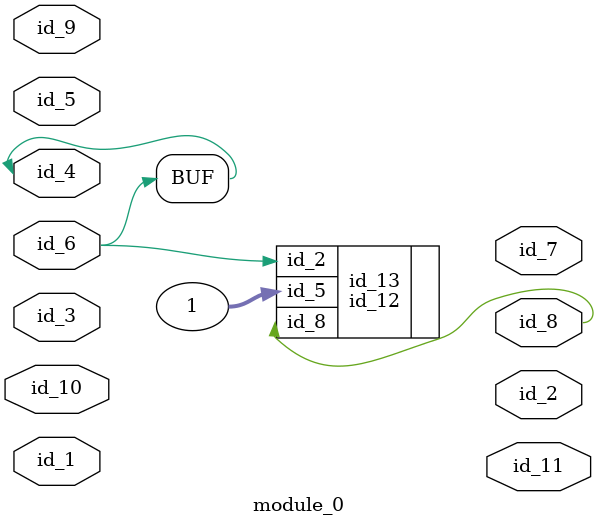
<source format=v>
localparam id_1 = 1;
module module_0 (
    id_1,
    id_2,
    id_3,
    id_4,
    id_5,
    id_6,
    id_7,
    id_8,
    id_9,
    id_10,
    id_11
);
  output id_11;
  input id_10;
  input id_9;
  output id_8;
  output id_7;
  input id_6;
  input id_5;
  input id_4;
  input id_3;
  output id_2;
  input id_1;
  assign id_4 = id_6;
  id_12 id_13 (
      .id_5(id_1),
      .id_2(id_6),
      .id_8(id_8)
  );
endmodule

</source>
